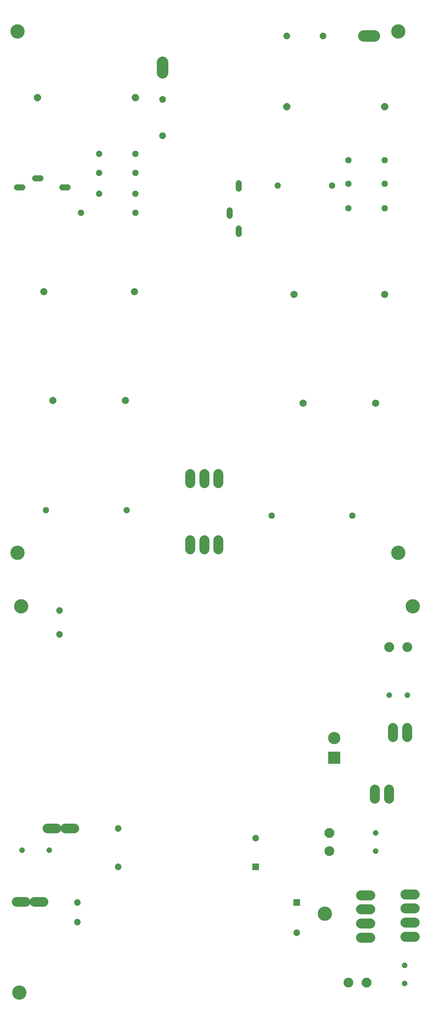
<source format=gts>
G75*
%MOIN*%
%OFA0B0*%
%FSLAX25Y25*%
%IPPOS*%
%LPD*%
%AMOC8*
5,1,8,0,0,1.08239X$1,22.5*
%
%ADD10C,0.15750*%
%ADD11C,0.10800*%
%ADD12C,0.10839*%
%ADD13R,0.07296X0.07296*%
%ADD14C,0.07296*%
%ADD15C,0.10800*%
%ADD16OC8,0.10800*%
%ADD17OC8,0.06000*%
%ADD18R,0.13461X0.13461*%
%ADD19C,0.13461*%
%ADD20C,0.07887*%
%ADD21C,0.12650*%
%ADD22OC8,0.06800*%
%ADD23C,0.06800*%
%ADD24OC8,0.07850*%
%ADD25C,0.07400*%
D10*
X0040871Y0044000D03*
X0042871Y0470000D03*
X0038871Y0529000D03*
X0038871Y1104000D03*
X0458871Y1104000D03*
X0458871Y0529000D03*
X0474871Y0470000D03*
X0377871Y0131000D03*
D11*
X0101713Y0225000D02*
X0091713Y0225000D01*
X0082028Y0225000D02*
X0072028Y0225000D01*
X0067713Y0144000D02*
X0057713Y0144000D01*
X0048028Y0144000D02*
X0038028Y0144000D01*
D12*
X0229280Y0532980D02*
X0229280Y0543020D01*
X0244871Y0543020D02*
X0244871Y0532980D01*
X0260461Y0532980D02*
X0260461Y0543020D01*
X0260461Y0605980D02*
X0260461Y0616020D01*
X0244871Y0616020D02*
X0244871Y0605980D01*
X0229280Y0605980D02*
X0229280Y0616020D01*
X0433076Y0268020D02*
X0433076Y0257980D01*
X0448666Y0257980D02*
X0448666Y0268020D01*
X0453076Y0325980D02*
X0453076Y0336020D01*
X0468666Y0336020D02*
X0468666Y0325980D01*
X0466851Y0152386D02*
X0476891Y0152386D01*
X0476891Y0136795D02*
X0466851Y0136795D01*
X0466851Y0121205D02*
X0476891Y0121205D01*
X0476891Y0105614D02*
X0466851Y0105614D01*
X0427891Y0104614D02*
X0417851Y0104614D01*
X0417851Y0120205D02*
X0427891Y0120205D01*
X0427891Y0135795D02*
X0417851Y0135795D01*
X0417851Y0151386D02*
X0427891Y0151386D01*
D13*
X0347123Y0143283D03*
X0301619Y0182583D03*
D14*
X0301619Y0214079D03*
X0347123Y0109819D03*
X0150044Y0182583D03*
X0150044Y0224906D03*
X0104997Y0143283D03*
X0104997Y0121630D03*
X0085280Y0438740D03*
X0085280Y0465315D03*
D15*
X0382871Y0200000D03*
X0403871Y0055000D03*
X0468871Y0425000D03*
D16*
X0448871Y0425000D03*
X0382871Y0220000D03*
X0423871Y0055000D03*
D17*
X0465871Y0054000D03*
X0465871Y0074000D03*
X0433871Y0200000D03*
X0433871Y0220000D03*
X0448871Y0372000D03*
X0468871Y0372000D03*
X0073871Y0201000D03*
X0043871Y0201000D03*
D18*
X0388430Y0302913D03*
D19*
X0388430Y0324567D03*
D20*
X0353871Y0694000D03*
X0343871Y0814000D03*
X0433871Y0694000D03*
X0443871Y0814000D03*
X0167871Y0817000D03*
X0157871Y0697000D03*
X0077871Y0697000D03*
X0067871Y0817000D03*
D21*
X0198871Y1058075D02*
X0198871Y1069925D01*
X0420946Y1099000D02*
X0432796Y1099000D01*
D22*
X0443871Y0962000D03*
X0443871Y0936000D03*
X0443871Y0909000D03*
X0403871Y0909000D03*
X0403871Y0936000D03*
X0385871Y0934000D03*
X0403871Y0962000D03*
X0325871Y0934000D03*
X0168871Y0925000D03*
X0168871Y0904000D03*
X0168871Y0948000D03*
X0168871Y0969000D03*
X0128871Y0969000D03*
X0128871Y0948000D03*
X0128871Y0925000D03*
X0108871Y0904000D03*
X0070371Y0576000D03*
X0159371Y0576000D03*
X0319371Y0570000D03*
X0408371Y0570000D03*
D23*
X0282871Y0880500D02*
X0282871Y0886500D01*
X0272871Y0900500D02*
X0272871Y0906500D01*
X0282871Y0930500D02*
X0282871Y0936500D01*
X0094371Y0932000D02*
X0088371Y0932000D01*
X0064371Y0942000D02*
X0058371Y0942000D01*
X0044371Y0932000D02*
X0038371Y0932000D01*
D24*
X0060871Y1031000D03*
X0168871Y1031000D03*
X0335871Y1021000D03*
X0443871Y1021000D03*
D25*
X0375871Y1099000D03*
X0335871Y1099000D03*
X0198871Y1029000D03*
X0198871Y0989000D03*
M02*

</source>
